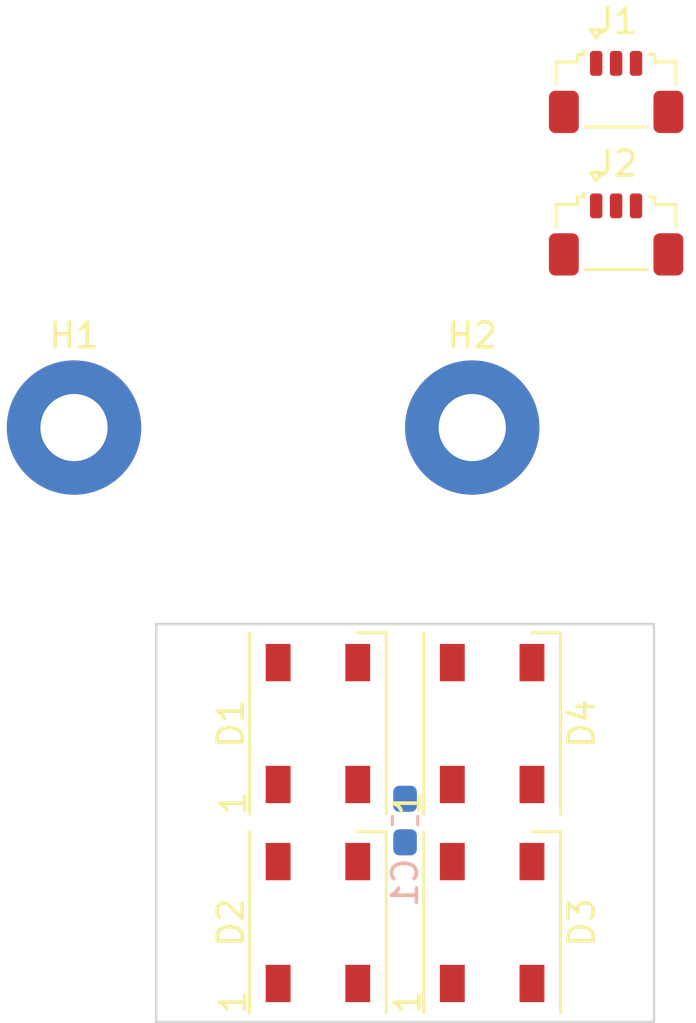
<source format=kicad_pcb>
(kicad_pcb (version 20171130) (host pcbnew "(5.1.6)-1")

  (general
    (thickness 1.6)
    (drawings 6)
    (tracks 0)
    (zones 0)
    (modules 9)
    (nets 8)
  )

  (page A4)
  (layers
    (0 F.Cu signal)
    (31 B.Cu signal)
    (32 B.Adhes user)
    (33 F.Adhes user)
    (34 B.Paste user)
    (35 F.Paste user)
    (36 B.SilkS user)
    (37 F.SilkS user)
    (38 B.Mask user)
    (39 F.Mask user)
    (40 Dwgs.User user)
    (41 Cmts.User user)
    (42 Eco1.User user)
    (43 Eco2.User user)
    (44 Edge.Cuts user)
    (45 Margin user)
    (46 B.CrtYd user)
    (47 F.CrtYd user)
    (48 B.Fab user)
    (49 F.Fab user hide)
  )

  (setup
    (last_trace_width 0.25)
    (trace_clearance 0.2)
    (zone_clearance 0.508)
    (zone_45_only no)
    (trace_min 0.2)
    (via_size 0.8)
    (via_drill 0.4)
    (via_min_size 0.4)
    (via_min_drill 0.3)
    (uvia_size 0.3)
    (uvia_drill 0.1)
    (uvias_allowed no)
    (uvia_min_size 0.2)
    (uvia_min_drill 0.1)
    (edge_width 0.1)
    (segment_width 0.2)
    (pcb_text_width 0.3)
    (pcb_text_size 1.5 1.5)
    (mod_edge_width 0.15)
    (mod_text_size 1 1)
    (mod_text_width 0.15)
    (pad_size 1.524 1.524)
    (pad_drill 0.762)
    (pad_to_mask_clearance 0)
    (aux_axis_origin 0 0)
    (visible_elements 7FFFF7FF)
    (pcbplotparams
      (layerselection 0x010fc_ffffffff)
      (usegerberextensions false)
      (usegerberattributes true)
      (usegerberadvancedattributes true)
      (creategerberjobfile true)
      (excludeedgelayer true)
      (linewidth 0.100000)
      (plotframeref false)
      (viasonmask false)
      (mode 1)
      (useauxorigin false)
      (hpglpennumber 1)
      (hpglpenspeed 20)
      (hpglpendiameter 15.000000)
      (psnegative false)
      (psa4output false)
      (plotreference true)
      (plotvalue true)
      (plotinvisibletext false)
      (padsonsilk false)
      (subtractmaskfromsilk false)
      (outputformat 1)
      (mirror false)
      (drillshape 1)
      (scaleselection 1)
      (outputdirectory ""))
  )

  (net 0 "")
  (net 1 GND)
  (net 2 5V)
  (net 3 "Net-(D1-Pad2)")
  (net 4 /Din)
  (net 5 /Dout)
  (net 6 "Net-(D2-Pad2)")
  (net 7 "Net-(D3-Pad2)")

  (net_class Default "This is the default net class."
    (clearance 0.2)
    (trace_width 0.25)
    (via_dia 0.8)
    (via_drill 0.4)
    (uvia_dia 0.3)
    (uvia_drill 0.1)
    (add_net /Din)
    (add_net /Dout)
    (add_net 5V)
    (add_net GND)
    (add_net "Net-(D1-Pad2)")
    (add_net "Net-(D2-Pad2)")
    (add_net "Net-(D3-Pad2)")
  )

  (module MountingHole:MountingHole_2.7mm_M2.5_Pad (layer F.Cu) (tedit 56D1B4CB) (tstamp 5FA33BA9)
    (at 143 97.2)
    (descr "Mounting Hole 2.7mm, M2.5")
    (tags "mounting hole 2.7mm m2.5")
    (path /5F9EE9B2)
    (attr virtual)
    (fp_text reference H2 (at 0 -3.7) (layer F.SilkS)
      (effects (font (size 1 1) (thickness 0.15)))
    )
    (fp_text value MountingHole (at 0 3.7) (layer F.Fab)
      (effects (font (size 1 1) (thickness 0.15)))
    )
    (fp_text user %R (at 0.3 0) (layer F.Fab)
      (effects (font (size 1 1) (thickness 0.15)))
    )
    (fp_circle (center 0 0) (end 2.7 0) (layer Cmts.User) (width 0.15))
    (fp_circle (center 0 0) (end 2.95 0) (layer F.CrtYd) (width 0.05))
    (pad 1 thru_hole circle (at 0 0) (size 5.4 5.4) (drill 2.7) (layers *.Cu *.Mask))
  )

  (module MountingHole:MountingHole_2.7mm_M2.5_Pad (layer F.Cu) (tedit 56D1B4CB) (tstamp 5FA33BA1)
    (at 127 97.2)
    (descr "Mounting Hole 2.7mm, M2.5")
    (tags "mounting hole 2.7mm m2.5")
    (path /5F9EE45B)
    (attr virtual)
    (fp_text reference H1 (at 0 -3.7) (layer F.SilkS)
      (effects (font (size 1 1) (thickness 0.15)))
    )
    (fp_text value MountingHole (at 0 3.7) (layer F.Fab)
      (effects (font (size 1 1) (thickness 0.15)))
    )
    (fp_text user %R (at 0.3 0) (layer F.Fab)
      (effects (font (size 1 1) (thickness 0.15)))
    )
    (fp_circle (center 0 0) (end 2.7 0) (layer Cmts.User) (width 0.15))
    (fp_circle (center 0 0) (end 2.95 0) (layer F.CrtYd) (width 0.05))
    (pad 1 thru_hole circle (at 0 0) (size 5.4 5.4) (drill 2.7) (layers *.Cu *.Mask))
  )

  (module LED_SMD:LED_WS2812B_PLCC4_5.0x5.0mm_P3.2mm (layer F.Cu) (tedit 5AA4B285) (tstamp 5F9EDB2B)
    (at 143.8 117.1 90)
    (descr https://cdn-shop.adafruit.com/datasheets/WS2812B.pdf)
    (tags "LED RGB NeoPixel")
    (path /5F9DE96B)
    (attr smd)
    (fp_text reference D3 (at 0 3.6 90) (layer F.SilkS)
      (effects (font (size 1 1) (thickness 0.15)))
    )
    (fp_text value WS2812B (at 0 4 90) (layer F.Fab) hide
      (effects (font (size 1 1) (thickness 0.15)))
    )
    (fp_circle (center 0 0) (end 0 -2) (layer F.Fab) (width 0.1))
    (fp_line (start 3.65 2.75) (end 3.65 1.6) (layer F.SilkS) (width 0.12))
    (fp_line (start -3.65 2.75) (end 3.65 2.75) (layer F.SilkS) (width 0.12))
    (fp_line (start -3.65 -2.75) (end 3.65 -2.75) (layer F.SilkS) (width 0.12))
    (fp_line (start 2.5 -2.5) (end -2.5 -2.5) (layer F.Fab) (width 0.1))
    (fp_line (start 2.5 2.5) (end 2.5 -2.5) (layer F.Fab) (width 0.1))
    (fp_line (start -2.5 2.5) (end 2.5 2.5) (layer F.Fab) (width 0.1))
    (fp_line (start -2.5 -2.5) (end -2.5 2.5) (layer F.Fab) (width 0.1))
    (fp_line (start 2.5 1.5) (end 1.5 2.5) (layer F.Fab) (width 0.1))
    (fp_line (start -3.45 -2.75) (end -3.45 2.75) (layer F.CrtYd) (width 0.05))
    (fp_line (start -3.45 2.75) (end 3.45 2.75) (layer F.CrtYd) (width 0.05))
    (fp_line (start 3.45 2.75) (end 3.45 -2.75) (layer F.CrtYd) (width 0.05))
    (fp_line (start 3.45 -2.75) (end -3.45 -2.75) (layer F.CrtYd) (width 0.05))
    (fp_text user 1 (at -3.2 -3.4 90) (layer F.SilkS)
      (effects (font (size 1 1) (thickness 0.15)))
    )
    (fp_text user %R (at 0 0 90) (layer F.Fab)
      (effects (font (size 0.8 0.8) (thickness 0.15)))
    )
    (pad 3 smd rect (at 2.45 1.6 90) (size 1.5 1) (layers F.Cu F.Paste F.Mask)
      (net 1 GND))
    (pad 4 smd rect (at 2.45 -1.6 90) (size 1.5 1) (layers F.Cu F.Paste F.Mask)
      (net 6 "Net-(D2-Pad2)"))
    (pad 2 smd rect (at -2.45 1.6 90) (size 1.5 1) (layers F.Cu F.Paste F.Mask)
      (net 7 "Net-(D3-Pad2)"))
    (pad 1 smd rect (at -2.45 -1.6 90) (size 1.5 1) (layers F.Cu F.Paste F.Mask)
      (net 2 5V))
    (model ${KISYS3DMOD}/LED_SMD.3dshapes/LED_WS2812B_PLCC4_5.0x5.0mm_P3.2mm.wrl
      (at (xyz 0 0 0))
      (scale (xyz 1 1 1))
      (rotate (xyz 0 0 0))
    )
  )

  (module LED_SMD:LED_WS2812B_PLCC4_5.0x5.0mm_P3.2mm (layer F.Cu) (tedit 5AA4B285) (tstamp 5F9EDAFF)
    (at 136.8 117.1 90)
    (descr https://cdn-shop.adafruit.com/datasheets/WS2812B.pdf)
    (tags "LED RGB NeoPixel")
    (path /5F9DDBEF)
    (attr smd)
    (fp_text reference D2 (at 0 -3.5 90) (layer F.SilkS)
      (effects (font (size 1 1) (thickness 0.15)))
    )
    (fp_text value WS2812B (at 0 4 90) (layer F.Fab) hide
      (effects (font (size 1 1) (thickness 0.15)))
    )
    (fp_circle (center 0 0) (end 0 -2) (layer F.Fab) (width 0.1))
    (fp_line (start 3.65 2.75) (end 3.65 1.6) (layer F.SilkS) (width 0.12))
    (fp_line (start -3.65 2.75) (end 3.65 2.75) (layer F.SilkS) (width 0.12))
    (fp_line (start -3.65 -2.75) (end 3.65 -2.75) (layer F.SilkS) (width 0.12))
    (fp_line (start 2.5 -2.5) (end -2.5 -2.5) (layer F.Fab) (width 0.1))
    (fp_line (start 2.5 2.5) (end 2.5 -2.5) (layer F.Fab) (width 0.1))
    (fp_line (start -2.5 2.5) (end 2.5 2.5) (layer F.Fab) (width 0.1))
    (fp_line (start -2.5 -2.5) (end -2.5 2.5) (layer F.Fab) (width 0.1))
    (fp_line (start 2.5 1.5) (end 1.5 2.5) (layer F.Fab) (width 0.1))
    (fp_line (start -3.45 -2.75) (end -3.45 2.75) (layer F.CrtYd) (width 0.05))
    (fp_line (start -3.45 2.75) (end 3.45 2.75) (layer F.CrtYd) (width 0.05))
    (fp_line (start 3.45 2.75) (end 3.45 -2.75) (layer F.CrtYd) (width 0.05))
    (fp_line (start 3.45 -2.75) (end -3.45 -2.75) (layer F.CrtYd) (width 0.05))
    (fp_text user 1 (at -3.2 -3.4 90) (layer F.SilkS)
      (effects (font (size 1 1) (thickness 0.15)))
    )
    (fp_text user %R (at 0 0 90) (layer F.Fab)
      (effects (font (size 0.8 0.8) (thickness 0.15)))
    )
    (pad 3 smd rect (at 2.45 1.6 90) (size 1.5 1) (layers F.Cu F.Paste F.Mask)
      (net 1 GND))
    (pad 4 smd rect (at 2.45 -1.6 90) (size 1.5 1) (layers F.Cu F.Paste F.Mask)
      (net 3 "Net-(D1-Pad2)"))
    (pad 2 smd rect (at -2.45 1.6 90) (size 1.5 1) (layers F.Cu F.Paste F.Mask)
      (net 6 "Net-(D2-Pad2)"))
    (pad 1 smd rect (at -2.45 -1.6 90) (size 1.5 1) (layers F.Cu F.Paste F.Mask)
      (net 2 5V))
    (model ${KISYS3DMOD}/LED_SMD.3dshapes/LED_WS2812B_PLCC4_5.0x5.0mm_P3.2mm.wrl
      (at (xyz 0 0 0))
      (scale (xyz 1 1 1))
      (rotate (xyz 0 0 0))
    )
  )

  (module LED_SMD:LED_WS2812B_PLCC4_5.0x5.0mm_P3.2mm (layer F.Cu) (tedit 5AA4B285) (tstamp 5F9EDAD3)
    (at 143.8 109.1 90)
    (descr https://cdn-shop.adafruit.com/datasheets/WS2812B.pdf)
    (tags "LED RGB NeoPixel")
    (path /5F9DF1E8)
    (attr smd)
    (fp_text reference D4 (at 0 3.6 90) (layer F.SilkS)
      (effects (font (size 1 1) (thickness 0.15)))
    )
    (fp_text value WS2812B (at 0 4 90) (layer F.Fab) hide
      (effects (font (size 1 1) (thickness 0.15)))
    )
    (fp_circle (center 0 0) (end 0 -2) (layer F.Fab) (width 0.1))
    (fp_line (start 3.65 2.75) (end 3.65 1.6) (layer F.SilkS) (width 0.12))
    (fp_line (start -3.65 2.75) (end 3.65 2.75) (layer F.SilkS) (width 0.12))
    (fp_line (start -3.65 -2.75) (end 3.65 -2.75) (layer F.SilkS) (width 0.12))
    (fp_line (start 2.5 -2.5) (end -2.5 -2.5) (layer F.Fab) (width 0.1))
    (fp_line (start 2.5 2.5) (end 2.5 -2.5) (layer F.Fab) (width 0.1))
    (fp_line (start -2.5 2.5) (end 2.5 2.5) (layer F.Fab) (width 0.1))
    (fp_line (start -2.5 -2.5) (end -2.5 2.5) (layer F.Fab) (width 0.1))
    (fp_line (start 2.5 1.5) (end 1.5 2.5) (layer F.Fab) (width 0.1))
    (fp_line (start -3.45 -2.75) (end -3.45 2.75) (layer F.CrtYd) (width 0.05))
    (fp_line (start -3.45 2.75) (end 3.45 2.75) (layer F.CrtYd) (width 0.05))
    (fp_line (start 3.45 2.75) (end 3.45 -2.75) (layer F.CrtYd) (width 0.05))
    (fp_line (start 3.45 -2.75) (end -3.45 -2.75) (layer F.CrtYd) (width 0.05))
    (fp_text user 1 (at -3.2 -3.4 90) (layer F.SilkS)
      (effects (font (size 1 1) (thickness 0.15)))
    )
    (fp_text user %R (at 0 0 90) (layer F.Fab)
      (effects (font (size 0.8 0.8) (thickness 0.15)))
    )
    (pad 3 smd rect (at 2.45 1.6 90) (size 1.5 1) (layers F.Cu F.Paste F.Mask)
      (net 1 GND))
    (pad 4 smd rect (at 2.45 -1.6 90) (size 1.5 1) (layers F.Cu F.Paste F.Mask)
      (net 7 "Net-(D3-Pad2)"))
    (pad 2 smd rect (at -2.45 1.6 90) (size 1.5 1) (layers F.Cu F.Paste F.Mask)
      (net 5 /Dout))
    (pad 1 smd rect (at -2.45 -1.6 90) (size 1.5 1) (layers F.Cu F.Paste F.Mask)
      (net 2 5V))
    (model ${KISYS3DMOD}/LED_SMD.3dshapes/LED_WS2812B_PLCC4_5.0x5.0mm_P3.2mm.wrl
      (at (xyz 0 0 0))
      (scale (xyz 1 1 1))
      (rotate (xyz 0 0 0))
    )
  )

  (module Connector_JST:JST_SUR_SM03B-SURS-TF_1x03-1MP_P0.80mm_Horizontal (layer F.Cu) (tedit 5B78AD88) (tstamp 5F9E387E)
    (at 148.78 89.438553)
    (descr "JST SUR series connector, SM03B-SURS-TF (http://www.jst-mfg.com/product/pdf/eng/eSUR.pdf), generated with kicad-footprint-generator")
    (tags "connector JST SUR top entry")
    (path /5F9EA809)
    (attr smd)
    (fp_text reference J2 (at 0 -2.85) (layer F.SilkS)
      (effects (font (size 1 1) (thickness 0.15)))
    )
    (fp_text value Conn_01x03 (at 0 2.85) (layer F.Fab)
      (effects (font (size 1 1) (thickness 0.15)))
    )
    (fp_line (start -2.3 -1.1) (end -1.45 -1.1) (layer F.Fab) (width 0.1))
    (fp_line (start -1.45 -1.1) (end -1.45 -1.4) (layer F.Fab) (width 0.1))
    (fp_line (start -1.45 -1.4) (end 1.45 -1.4) (layer F.Fab) (width 0.1))
    (fp_line (start 1.45 -1.4) (end 1.45 -1.1) (layer F.Fab) (width 0.1))
    (fp_line (start 1.45 -1.1) (end 2.3 -1.1) (layer F.Fab) (width 0.1))
    (fp_line (start -2.41 -0.31) (end -2.41 -1.21) (layer F.SilkS) (width 0.12))
    (fp_line (start -2.41 -1.21) (end -1.56 -1.21) (layer F.SilkS) (width 0.12))
    (fp_line (start -1.56 -1.21) (end -1.56 -1.51) (layer F.SilkS) (width 0.12))
    (fp_line (start -1.56 -1.51) (end -1.31 -1.51) (layer F.SilkS) (width 0.12))
    (fp_line (start -1.31 -1.51) (end -1.31 -1.65) (layer F.SilkS) (width 0.12))
    (fp_line (start 2.41 -0.31) (end 2.41 -1.21) (layer F.SilkS) (width 0.12))
    (fp_line (start 2.41 -1.21) (end 1.56 -1.21) (layer F.SilkS) (width 0.12))
    (fp_line (start 1.56 -1.21) (end 1.56 -1.51) (layer F.SilkS) (width 0.12))
    (fp_line (start 1.56 -1.51) (end 1.31 -1.51) (layer F.SilkS) (width 0.12))
    (fp_line (start -1.24 1.41) (end 1.24 1.41) (layer F.SilkS) (width 0.12))
    (fp_line (start -2.3 1.3) (end 2.3 1.3) (layer F.Fab) (width 0.1))
    (fp_line (start -2.3 -1.1) (end -2.3 1.3) (layer F.Fab) (width 0.1))
    (fp_line (start 2.3 -1.1) (end 2.3 1.3) (layer F.Fab) (width 0.1))
    (fp_line (start -3.2 -2.15) (end -3.2 2.15) (layer F.CrtYd) (width 0.05))
    (fp_line (start -3.2 2.15) (end 3.2 2.15) (layer F.CrtYd) (width 0.05))
    (fp_line (start 3.2 2.15) (end 3.2 -2.15) (layer F.CrtYd) (width 0.05))
    (fp_line (start 3.2 -2.15) (end -3.2 -2.15) (layer F.CrtYd) (width 0.05))
    (fp_line (start -1.3 -1.4) (end -0.8 -0.692893) (layer F.Fab) (width 0.1))
    (fp_line (start -0.8 -0.692893) (end -0.3 -1.4) (layer F.Fab) (width 0.1))
    (fp_line (start -1.05 -2.503553) (end -0.8 -2.15) (layer F.SilkS) (width 0.12))
    (fp_line (start -0.8 -2.15) (end -0.55 -2.503553) (layer F.SilkS) (width 0.12))
    (fp_line (start -0.55 -2.503553) (end -1.05 -2.503553) (layer F.SilkS) (width 0.12))
    (fp_text user %R (at 0 0) (layer F.Fab)
      (effects (font (size 1 1) (thickness 0.15)))
    )
    (pad MP smd roundrect (at 2.1 0.8) (size 1.2 1.7) (layers F.Cu F.Paste F.Mask) (roundrect_rratio 0.208333))
    (pad MP smd roundrect (at -2.1 0.8) (size 1.2 1.7) (layers F.Cu F.Paste F.Mask) (roundrect_rratio 0.208333))
    (pad 3 smd roundrect (at 0.8 -1.15) (size 0.5 1) (layers F.Cu F.Paste F.Mask) (roundrect_rratio 0.25)
      (net 1 GND))
    (pad 2 smd roundrect (at 0 -1.15) (size 0.5 1) (layers F.Cu F.Paste F.Mask) (roundrect_rratio 0.25)
      (net 2 5V))
    (pad 1 smd roundrect (at -0.8 -1.15) (size 0.5 1) (layers F.Cu F.Paste F.Mask) (roundrect_rratio 0.25)
      (net 5 /Dout))
    (model ${KISYS3DMOD}/Connector_JST.3dshapes/JST_SUR_SM03B-SURS-TF_1x03-1MP_P0.80mm_Horizontal.wrl
      (at (xyz 0 0 0))
      (scale (xyz 1 1 1))
      (rotate (xyz 0 0 0))
    )
  )

  (module Connector_JST:JST_SUR_SM03B-SURS-TF_1x03-1MP_P0.80mm_Horizontal (layer F.Cu) (tedit 5B78AD88) (tstamp 5F9E3859)
    (at 148.78 83.708553)
    (descr "JST SUR series connector, SM03B-SURS-TF (http://www.jst-mfg.com/product/pdf/eng/eSUR.pdf), generated with kicad-footprint-generator")
    (tags "connector JST SUR top entry")
    (path /5F9EA073)
    (attr smd)
    (fp_text reference J1 (at 0 -2.85) (layer F.SilkS)
      (effects (font (size 1 1) (thickness 0.15)))
    )
    (fp_text value Conn_01x03 (at 0 2.85) (layer F.Fab)
      (effects (font (size 1 1) (thickness 0.15)))
    )
    (fp_line (start -2.3 -1.1) (end -1.45 -1.1) (layer F.Fab) (width 0.1))
    (fp_line (start -1.45 -1.1) (end -1.45 -1.4) (layer F.Fab) (width 0.1))
    (fp_line (start -1.45 -1.4) (end 1.45 -1.4) (layer F.Fab) (width 0.1))
    (fp_line (start 1.45 -1.4) (end 1.45 -1.1) (layer F.Fab) (width 0.1))
    (fp_line (start 1.45 -1.1) (end 2.3 -1.1) (layer F.Fab) (width 0.1))
    (fp_line (start -2.41 -0.31) (end -2.41 -1.21) (layer F.SilkS) (width 0.12))
    (fp_line (start -2.41 -1.21) (end -1.56 -1.21) (layer F.SilkS) (width 0.12))
    (fp_line (start -1.56 -1.21) (end -1.56 -1.51) (layer F.SilkS) (width 0.12))
    (fp_line (start -1.56 -1.51) (end -1.31 -1.51) (layer F.SilkS) (width 0.12))
    (fp_line (start -1.31 -1.51) (end -1.31 -1.65) (layer F.SilkS) (width 0.12))
    (fp_line (start 2.41 -0.31) (end 2.41 -1.21) (layer F.SilkS) (width 0.12))
    (fp_line (start 2.41 -1.21) (end 1.56 -1.21) (layer F.SilkS) (width 0.12))
    (fp_line (start 1.56 -1.21) (end 1.56 -1.51) (layer F.SilkS) (width 0.12))
    (fp_line (start 1.56 -1.51) (end 1.31 -1.51) (layer F.SilkS) (width 0.12))
    (fp_line (start -1.24 1.41) (end 1.24 1.41) (layer F.SilkS) (width 0.12))
    (fp_line (start -2.3 1.3) (end 2.3 1.3) (layer F.Fab) (width 0.1))
    (fp_line (start -2.3 -1.1) (end -2.3 1.3) (layer F.Fab) (width 0.1))
    (fp_line (start 2.3 -1.1) (end 2.3 1.3) (layer F.Fab) (width 0.1))
    (fp_line (start -3.2 -2.15) (end -3.2 2.15) (layer F.CrtYd) (width 0.05))
    (fp_line (start -3.2 2.15) (end 3.2 2.15) (layer F.CrtYd) (width 0.05))
    (fp_line (start 3.2 2.15) (end 3.2 -2.15) (layer F.CrtYd) (width 0.05))
    (fp_line (start 3.2 -2.15) (end -3.2 -2.15) (layer F.CrtYd) (width 0.05))
    (fp_line (start -1.3 -1.4) (end -0.8 -0.692893) (layer F.Fab) (width 0.1))
    (fp_line (start -0.8 -0.692893) (end -0.3 -1.4) (layer F.Fab) (width 0.1))
    (fp_line (start -1.05 -2.503553) (end -0.8 -2.15) (layer F.SilkS) (width 0.12))
    (fp_line (start -0.8 -2.15) (end -0.55 -2.503553) (layer F.SilkS) (width 0.12))
    (fp_line (start -0.55 -2.503553) (end -1.05 -2.503553) (layer F.SilkS) (width 0.12))
    (fp_text user %R (at 0 0) (layer F.Fab)
      (effects (font (size 1 1) (thickness 0.15)))
    )
    (pad MP smd roundrect (at 2.1 0.8) (size 1.2 1.7) (layers F.Cu F.Paste F.Mask) (roundrect_rratio 0.208333))
    (pad MP smd roundrect (at -2.1 0.8) (size 1.2 1.7) (layers F.Cu F.Paste F.Mask) (roundrect_rratio 0.208333))
    (pad 3 smd roundrect (at 0.8 -1.15) (size 0.5 1) (layers F.Cu F.Paste F.Mask) (roundrect_rratio 0.25)
      (net 1 GND))
    (pad 2 smd roundrect (at 0 -1.15) (size 0.5 1) (layers F.Cu F.Paste F.Mask) (roundrect_rratio 0.25)
      (net 2 5V))
    (pad 1 smd roundrect (at -0.8 -1.15) (size 0.5 1) (layers F.Cu F.Paste F.Mask) (roundrect_rratio 0.25)
      (net 4 /Din))
    (model ${KISYS3DMOD}/Connector_JST.3dshapes/JST_SUR_SM03B-SURS-TF_1x03-1MP_P0.80mm_Horizontal.wrl
      (at (xyz 0 0 0))
      (scale (xyz 1 1 1))
      (rotate (xyz 0 0 0))
    )
  )

  (module LED_SMD:LED_WS2812B_PLCC4_5.0x5.0mm_P3.2mm (layer F.Cu) (tedit 5AA4B285) (tstamp 5F9E37EF)
    (at 136.8 109.1 90)
    (descr https://cdn-shop.adafruit.com/datasheets/WS2812B.pdf)
    (tags "LED RGB NeoPixel")
    (path /5F9DB47E)
    (attr smd)
    (fp_text reference D1 (at 0 -3.5 90) (layer F.SilkS)
      (effects (font (size 1 1) (thickness 0.15)))
    )
    (fp_text value WS2812B (at 0 4 90) (layer F.Fab) hide
      (effects (font (size 1 1) (thickness 0.15)))
    )
    (fp_line (start 3.45 -2.75) (end -3.45 -2.75) (layer F.CrtYd) (width 0.05))
    (fp_line (start 3.45 2.75) (end 3.45 -2.75) (layer F.CrtYd) (width 0.05))
    (fp_line (start -3.45 2.75) (end 3.45 2.75) (layer F.CrtYd) (width 0.05))
    (fp_line (start -3.45 -2.75) (end -3.45 2.75) (layer F.CrtYd) (width 0.05))
    (fp_line (start 2.5 1.5) (end 1.5 2.5) (layer F.Fab) (width 0.1))
    (fp_line (start -2.5 -2.5) (end -2.5 2.5) (layer F.Fab) (width 0.1))
    (fp_line (start -2.5 2.5) (end 2.5 2.5) (layer F.Fab) (width 0.1))
    (fp_line (start 2.5 2.5) (end 2.5 -2.5) (layer F.Fab) (width 0.1))
    (fp_line (start 2.5 -2.5) (end -2.5 -2.5) (layer F.Fab) (width 0.1))
    (fp_line (start -3.65 -2.75) (end 3.65 -2.75) (layer F.SilkS) (width 0.12))
    (fp_line (start -3.65 2.75) (end 3.65 2.75) (layer F.SilkS) (width 0.12))
    (fp_line (start 3.65 2.75) (end 3.65 1.6) (layer F.SilkS) (width 0.12))
    (fp_circle (center 0 0) (end 0 -2) (layer F.Fab) (width 0.1))
    (fp_text user %R (at 0 0 90) (layer F.Fab)
      (effects (font (size 0.8 0.8) (thickness 0.15)))
    )
    (fp_text user 1 (at -3.2 -3.4 90) (layer F.SilkS)
      (effects (font (size 1 1) (thickness 0.15)))
    )
    (pad 1 smd rect (at -2.45 -1.6 90) (size 1.5 1) (layers F.Cu F.Paste F.Mask)
      (net 2 5V))
    (pad 2 smd rect (at -2.45 1.6 90) (size 1.5 1) (layers F.Cu F.Paste F.Mask)
      (net 3 "Net-(D1-Pad2)"))
    (pad 4 smd rect (at 2.45 -1.6 90) (size 1.5 1) (layers F.Cu F.Paste F.Mask)
      (net 4 /Din))
    (pad 3 smd rect (at 2.45 1.6 90) (size 1.5 1) (layers F.Cu F.Paste F.Mask)
      (net 1 GND))
    (model ${KISYS3DMOD}/LED_SMD.3dshapes/LED_WS2812B_PLCC4_5.0x5.0mm_P3.2mm.wrl
      (at (xyz 0 0 0))
      (scale (xyz 1 1 1))
      (rotate (xyz 0 0 0))
    )
  )

  (module Capacitor_SMD:C_0603_1608Metric_Pad1.05x0.95mm_HandSolder (layer B.Cu) (tedit 5B301BBE) (tstamp 5F9E37D8)
    (at 140.3 113 270)
    (descr "Capacitor SMD 0603 (1608 Metric), square (rectangular) end terminal, IPC_7351 nominal with elongated pad for handsoldering. (Body size source: http://www.tortai-tech.com/upload/download/2011102023233369053.pdf), generated with kicad-footprint-generator")
    (tags "capacitor handsolder")
    (path /5F9E3629)
    (attr smd)
    (fp_text reference C1 (at 2.5 0 270) (layer B.SilkS)
      (effects (font (size 1 1) (thickness 0.15)) (justify mirror))
    )
    (fp_text value C (at -2.2 0 270) (layer B.Fab)
      (effects (font (size 1 1) (thickness 0.15)) (justify mirror))
    )
    (fp_line (start -0.8 -0.4) (end -0.8 0.4) (layer B.Fab) (width 0.1))
    (fp_line (start -0.8 0.4) (end 0.8 0.4) (layer B.Fab) (width 0.1))
    (fp_line (start 0.8 0.4) (end 0.8 -0.4) (layer B.Fab) (width 0.1))
    (fp_line (start 0.8 -0.4) (end -0.8 -0.4) (layer B.Fab) (width 0.1))
    (fp_line (start -0.171267 0.51) (end 0.171267 0.51) (layer B.SilkS) (width 0.12))
    (fp_line (start -0.171267 -0.51) (end 0.171267 -0.51) (layer B.SilkS) (width 0.12))
    (fp_line (start -1.65 -0.73) (end -1.65 0.73) (layer B.CrtYd) (width 0.05))
    (fp_line (start -1.65 0.73) (end 1.65 0.73) (layer B.CrtYd) (width 0.05))
    (fp_line (start 1.65 0.73) (end 1.65 -0.73) (layer B.CrtYd) (width 0.05))
    (fp_line (start 1.65 -0.73) (end -1.65 -0.73) (layer B.CrtYd) (width 0.05))
    (fp_text user %R (at 0 0 270) (layer B.Fab)
      (effects (font (size 0.4 0.4) (thickness 0.06)) (justify mirror))
    )
    (pad 2 smd roundrect (at 0.875 0 270) (size 1.05 0.95) (layers B.Cu B.Paste B.Mask) (roundrect_rratio 0.25)
      (net 1 GND))
    (pad 1 smd roundrect (at -0.875 0 270) (size 1.05 0.95) (layers B.Cu B.Paste B.Mask) (roundrect_rratio 0.25)
      (net 2 5V))
    (model ${KISYS3DMOD}/Capacitor_SMD.3dshapes/C_0603_1608Metric.wrl
      (at (xyz 0 0 0))
      (scale (xyz 1 1 1))
      (rotate (xyz 0 0 0))
    )
  )

  (gr_line (start 127.1 97.2) (end 143.1 97.2) (layer Dwgs.User) (width 0.15))
  (gr_line (start 150.3 105.1) (end 140.3 105.1) (layer Edge.Cuts) (width 0.1))
  (gr_line (start 130.3 121.1) (end 130.3 105.1) (layer Edge.Cuts) (width 0.1) (tstamp 5F9E3930))
  (gr_line (start 150.3 121.1) (end 130.3 121.1) (layer Edge.Cuts) (width 0.1))
  (gr_line (start 150.3 105.1) (end 150.3 121.1) (layer Edge.Cuts) (width 0.1))
  (gr_line (start 130.3 105.1) (end 150.3 105.1) (layer Edge.Cuts) (width 0.1))

)

</source>
